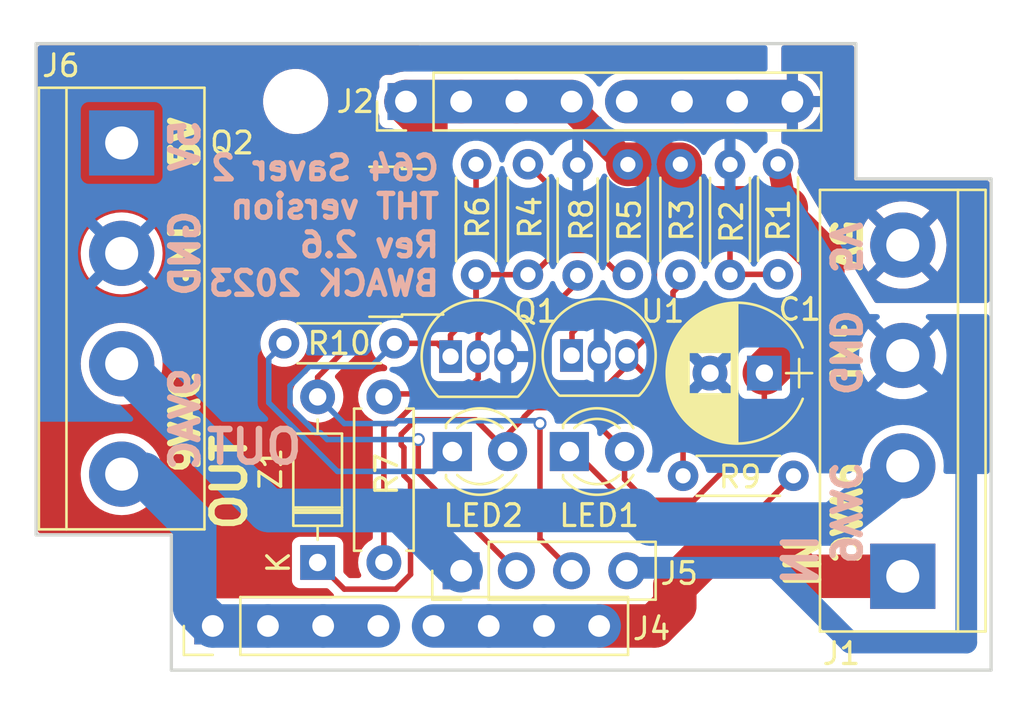
<source format=kicad_pcb>
(kicad_pcb (version 20221018) (generator pcbnew)
  (layers (0 "F.Cu" signal) (31 "B.Cu" signal) (34 "B.Paste" user) (35 "F.Paste" user) (36 "B.SilkS" user "B.Silkscreen") (37 "F.SilkS" user "F.Silkscreen") (38 "B.Mask" user) (39 "F.Mask" user) (44 "Edge.Cuts" user))
  (net 0 "")
  (net 1 "/VCC1-")
  (net 2 "GND")
  (net 3 "PGATE")
  (net 4 "/VCC1+")
  (net 5 "OVERVOLTAGE")
  (net 6 "/5V_SAFE")
  (net 7 "/NGATE")
  (net 8 "/SENSE")
  (net 9 "/9VAC1")
  (net 10 "/9VAC2")
  (net 11 "/9VAC1'")
  (net 12 "Net-(LED1-K)")
  (net 13 "Net-(LED2-K)")
  (net 14 "Net-(U1-K)")
  (footprint "Connectors_Terminal_Blocks:TerminalBlock_bornier-4_P5.08mm" (layer "F.Cu") (at 144.399 88.265 -90)
    (fp_text reference "J6" (at -3.556 2.794) (layer "F.SilkS"))
    (fp_text value "Conn_01x04")
    (fp_line (start -2.54 -3.81) (end -2.54 3.81) (stroke (width 0.12)) (layer "F.SilkS"))
    (fp_line (start -2.54 -3.81) (end 17.78 -3.81) (stroke (width 0.12)) (layer "F.SilkS"))
    (fp_line (start -2.54 3.81) (end 17.78 3.81) (stroke (width 0.12)) (layer "F.SilkS"))
    (fp_line (start 17.78 2.54) (end -2.54 2.54) (stroke (width 0.12)) (layer "F.SilkS"))
    (fp_line (start 17.78 3.81) (end 17.78 -3.81) (stroke (width 0.12)) (layer "F.SilkS"))
    (pad "1" thru_hole rect (at 0 0 270) (size 3 3) (drill 1.52) (layers "*.Cu" "*.Mask") (net 6 "/5V_SAFE"))
    (pad "2" thru_hole circle (at 5.08 0 270) (size 3 3) (drill 1.52) (layers "*.Cu" "*.Mask") (net 2 "GND"))
    (pad "3" thru_hole circle (at 10.16 0 270) (size 3 3) (drill 1.52) (layers "*.Cu" "*.Mask") (net 10 "/9VAC2"))
    (pad "4" thru_hole circle (at 15.24 0 270) (size 3 3) (drill 1.52) (layers "*.Cu" "*.Mask") (net 11 "/9VAC1'"))
  )
  (footprint "Connectors_Terminal_Blocks:TerminalBlock_bornier-4_P5.08mm" (layer "F.Cu") (at 180.34 108.204 90)
    (fp_text reference "J1" (at -3.556 -2.82194 180) (layer "F.SilkS"))
    (fp_text value "Conn_01x04")
    (fp_line (start -2.54 -3.81) (end -2.54 3.81) (stroke (width 0.12)) (layer "F.SilkS"))
    (fp_line (start -2.54 -3.81) (end 17.78 -3.81) (stroke (width 0.12)) (layer "F.SilkS"))
    (fp_line (start -2.54 3.81) (end 17.78 3.81) (stroke (width 0.12)) (layer "F.SilkS"))
    (fp_line (start 17.78 2.54) (end -2.54 2.54) (stroke (width 0.12)) (layer "F.SilkS"))
    (fp_line (start 17.78 3.81) (end 17.78 -3.81) (stroke (width 0.12)) (layer "F.SilkS"))
    (pad "1" thru_hole rect (at 0 0 90) (size 3 3) (drill 1.52) (layers "*.Cu" "*.Mask") (net 9 "/9VAC1"))
    (pad "2" thru_hole circle (at 5.08 0 90) (size 3 3) (drill 1.52) (layers "*.Cu" "*.Mask") (net 10 "/9VAC2"))
    (pad "3" thru_hole circle (at 10.16 0 90) (size 3 3) (drill 1.52) (layers "*.Cu" "*.Mask") (net 2 "GND"))
    (pad "4" thru_hole circle (at 15.24 0 90) (size 3 3) (drill 1.52) (layers "*.Cu" "*.Mask") (net 4 "/VCC1+"))
  )
  (footprint "Capacitors_THT:CP_Radial_D6.3mm_P2.50mm" (layer "F.Cu") (at 173.97 98.8568 180)
    (fp_text reference "C1" (at -1.628936 2.93371 180) (layer "F.SilkS"))
    (fp_text value "47uF")
    (fp_line (start -2.2 0) (end -1 0) (stroke (width 0.12)) (layer "F.SilkS"))
    (fp_line (start -1.6 -0.65) (end -1.6 0.65) (stroke (width 0.12)) (layer "F.SilkS"))
    (fp_line (start 1.25 -3.2) (end 1.25 3.2) (stroke (width 0.12)) (layer "F.SilkS"))
    (fp_line (start 1.29 -3.2) (end 1.29 3.2) (stroke (width 0.12)) (layer "F.SilkS"))
    (fp_line (start 1.33 -3.2) (end 1.33 3.2) (stroke (width 0.12)) (layer "F.SilkS"))
    (fp_line (start 1.37 -3.198) (end 1.37 3.198) (stroke (width 0.12)) (layer "F.SilkS"))
    (fp_line (start 1.41 -3.197) (end 1.41 3.197) (stroke (width 0.12)) (layer "F.SilkS"))
    (fp_line (start 1.45 -3.194) (end 1.45 3.194) (stroke (width 0.12)) (layer "F.SilkS"))
    (fp_line (start 1.49 -3.192) (end 1.49 3.192) (stroke (width 0.12)) (layer "F.SilkS"))
    (fp_line (start 1.53 -3.188) (end 1.53 -0.98) (stroke (width 0.12)) (layer "F.SilkS"))
    (fp_line (start 1.53 0.98) (end 1.53 3.188) (stroke (width 0.12)) (layer "F.SilkS"))
    (fp_line (start 1.57 -3.185) (end 1.57 -0.98) (stroke (width 0.12)) (layer "F.SilkS"))
    (fp_line (start 1.57 0.98) (end 1.57 3.185) (stroke (width 0.12)) (layer "F.SilkS"))
    (fp_line (start 1.61 -3.18) (end 1.61 -0.98) (stroke (width 0.12)) (layer "F.SilkS"))
    (fp_line (start 1.61 0.98) (end 1.61 3.18) (stroke (width 0.12)) (layer "F.SilkS"))
    (fp_line (start 1.65 -3.176) (end 1.65 -0.98) (stroke (width 0.12)) (layer "F.SilkS"))
    (fp_line (start 1.65 0.98) (end 1.65 3.176) (stroke (width 0.12)) (layer "F.SilkS"))
    (fp_line (start 1.69 -3.17) (end 1.69 -0.98) (stroke (width 0.12)) (layer "F.SilkS"))
    (fp_line (start 1.69 0.98) (end 1.69 3.17) (stroke (width 0.12)) (layer "F.SilkS"))
    (fp_line (start 1.73 -3.165) (end 1.73 -0.98) (stroke (width 0.12)) (layer "F.SilkS"))
    (fp_line (start 1.73 0.98) (end 1.73 3.165) (stroke (width 0.12)) (layer "F.SilkS"))
    (fp_line (start 1.77 -3.158) (end 1.77 -0.98) (stroke (width 0.12)) (layer "F.SilkS"))
    (fp_line (start 1.77 0.98) (end 1.77 3.158) (stroke (width 0.12)) (layer "F.SilkS"))
    (fp_line (start 1.81 -3.152) (end 1.81 -0.98) (stroke (width 0.12)) (layer "F.SilkS"))
    (fp_line (start 1.81 0.98) (end 1.81 3.152) (stroke (width 0.12)) (layer "F.SilkS"))
    (fp_line (start 1.85 -3.144) (end 1.85 -0.98) (stroke (width 0.12)) (layer "F.SilkS"))
    (fp_line (start 1.85 0.98) (end 1.85 3.144) (stroke (width 0.12)) (layer "F.SilkS"))
    (fp_line (start 1.89 -3.137) (end 1.89 -0.98) (stroke (width 0.12)) (layer "F.SilkS"))
    (fp_line (start 1.89 0.98) (end 1.89 3.137) (stroke (width 0.12)) (layer "F.SilkS"))
    (fp_line (start 1.93 -3.128) (end 1.93 -0.98) (stroke (width 0.12)) (layer "F.SilkS"))
    (fp_line (start 1.93 0.98) (end 1.93 3.128) (stroke (width 0.12)) (layer "F.SilkS"))
    (fp_line (start 1.971 -3.119) (end 1.971 -0.98) (stroke (width 0.12)) (layer "F.SilkS"))
    (fp_line (start 1.971 0.98) (end 1.971 3.119) (stroke (width 0.12)) (layer "F.SilkS"))
    (fp_line (start 2.011 -3.11) (end 2.011 -0.98) (stroke (width 0.12)) (layer "F.SilkS"))
    (fp_line (start 2.011 0.98) (end 2.011 3.11) (stroke (width 0.12)) (layer "F.SilkS"))
    (fp_line (start 2.051 -3.1) (end 2.051 -0.98) (stroke (width 0.12)) (layer "F.SilkS"))
    (fp_line (start 2.051 0.98) (end 2.051 3.1) (stroke (width 0.12)) (layer "F.SilkS"))
    (fp_line (start 2.091 -3.09) (end 2.091 -0.98) (stroke (width 0.12)) (layer "F.SilkS"))
    (fp_line (start 2.091 0.98) (end 2.091 3.09) (stroke (width 0.12)) (layer "F.SilkS"))
    (fp_line (start 2.131 -3.079) (end 2.131 -0.98) (stroke (width 0.12)) (layer "F.SilkS"))
    (fp_line (start 2.131 0.98) (end 2.131 3.079) (stroke (width 0.12)) (layer "F.SilkS"))
    (fp_line (start 2.171 -3.067) (end 2.171 -0.98) (stroke (width 0.12)) (layer "F.SilkS"))
    (fp_line (start 2.171 0.98) (end 2.171 3.067) (stroke (width 0.12)) (layer "F.SilkS"))
    (fp_line (start 2.211 -3.055) (end 2.211 -0.98) (stroke (width 0.12)) (layer "F.SilkS"))
    (fp_line (start 2.211 0.98) (end 2.211 3.055) (stroke (width 0.12)) (layer "F.SilkS"))
    (fp_line (start 2.251 -3.042) (end 2.251 -0.98) (stroke (width 0.12)) (layer "F.SilkS"))
    (fp_line (start 2.251 0.98) (end 2.251 3.042) (stroke (width 0.12)) (layer "F.SilkS"))
    (fp_line (start 2.291 -3.029) (end 2.291 -0.98) (stroke (width 0.12)) (layer "F.SilkS"))
    (fp_line (start 2.291 0.98) (end 2.291 3.029) (stroke (width 0.12)) (layer "F.SilkS"))
    (fp_line (start 2.331 -3.015) (end 2.331 -0.98) (stroke (width 0.12)) (layer "F.SilkS"))
    (fp_line (start 2.331 0.98) (end 2.331 3.015) (stroke (width 0.12)) (layer "F.SilkS"))
    (fp_line (start 2.371 -3.001) (end 2.371 -0.98) (stroke (width 0.12)) (layer "F.SilkS"))
    (fp_line (start 2.371 0.98) (end 2.371 3.001) (stroke (width 0.12)) (layer "F.SilkS"))
    (fp_line (start 2.411 -2.986) (end 2.411 -0.98) (stroke (width 0.12)) (layer "F.SilkS"))
    (fp_line (start 2.411 0.98) (end 2.411 2.986) (stroke (width 0.12)) (layer "F.SilkS"))
    (fp_line (start 2.451 -2.97) (end 2.451 -0.98) (stroke (width 0.12)) (layer "F.SilkS"))
    (fp_line (start 2.451 0.98) (end 2.451 2.97) (stroke (width 0.12)) (layer "F.SilkS"))
    (fp_line (start 2.491 -2.954) (end 2.491 -0.98) (stroke (width 0.12)) (layer "F.SilkS"))
    (fp_line (start 2.491 0.98) (end 2.491 2.954) (stroke (width 0.12)) (layer "F.SilkS"))
    (fp_line (start 2.531 -2.937) (end 2.531 -0.98) (stroke (width 0.12)) (layer "F.SilkS"))
    (fp_line (start 2.531 0.98) (end 2.531 2.937) (stroke (width 0.12)) (layer "F.SilkS"))
    (fp_line (start 2.571 -2.919) (end 2.571 -0.98) (stroke (width 0.12)) (layer "F.SilkS"))
    (fp_line (start 2.571 0.98) (end 2.571 2.919) (stroke (width 0.12)) (layer "F.SilkS"))
    (fp_line (start 2.611 -2.901) (end 2.611 -0.98) (stroke (width 0.12)) (layer "F.SilkS"))
    (fp_line (start 2.611 0.98) (end 2.611 2.901) (stroke (width 0.12)) (layer "F.SilkS"))
    (fp_line (start 2.651 -2.882) (end 2.651 -0.98) (stroke (width 0.12)) (layer "F.SilkS"))
    (fp_line (start 2.651 0.98) (end 2.651 2.882) (stroke (width 0.12)) (layer "F.SilkS"))
    (fp_line (start 2.691 -2.863) (end 2.691 -0.98) (stroke (width 0.12)) (layer "F.SilkS"))
    (fp_line (start 2.691 0.98) (end 2.691 2.863) (stroke (width 0.12)) (layer "F.SilkS"))
    (fp_line (start 2.731 -2.843) (end 2.731 -0.98) (stroke (width 0.12)) (layer "F.SilkS"))
    (fp_line (start 2.731 0.98) (end 2.731 2.843) (stroke (width 0.12)) (layer "F.SilkS"))
    (fp_line (start 2.771 -2.822) (end 2.771 -0.98) (stroke (width 0.12)) (layer "F.SilkS"))
    (fp_line (start 2.771 0.98) (end 2.771 2.822) (stroke (width 0.12)) (layer "F.SilkS"))
    (fp_line (start 2.811 -2.8) (end 2.811 -0.98) (stroke (width 0.12)) (layer "F.SilkS"))
    (fp_line (start 2.811 0.98) (end 2.811 2.8) (stroke (width 0.12)) (layer "F.SilkS"))
    (fp_line (start 2.851 -2.778) (end 2.851 -0.98) (stroke (width 0.12)) (layer "F.SilkS"))
    (fp_line (start 2.851 0.98) (end 2.851 2.778) (stroke (width 0.12)) (layer "F.SilkS"))
    (fp_line (start 2.891 -2.755) (end 2.891 -0.98) (stroke (width 0.12)) (layer "F.SilkS"))
    (fp_line (start 2.891 0.98) (end 2.891 2.755) (stroke (width 0.12)) (layer "F.SilkS"))
    (fp_line (start 2.931 -2.731) (end 2.931 -0.98) (stroke (width 0.12)) (layer "F.SilkS"))
    (fp_line (start 2.931 0.98) (end 2.931 2.731) (stroke (width 0.12)) (layer "F.SilkS"))
    (fp_line (start 2.971 -2.706) (end 2.971 -0.98) (stroke (width 0.12)) (layer "F.SilkS"))
    (fp_line (start 2.971 0.98) (end 2.971 2.706) (stroke (width 0.12)) (layer "F.SilkS"))
    (fp_line (start 3.011 -2.681) (end 3.011 -0.98) (stroke (width 0.12)) (layer "F.SilkS"))
    (fp_line (start 3.011 0.98) (end 3.011 2.681) (stroke (width 0.12)) (layer "F.SilkS"))
    (fp_line (start 3.051 -2.654) (end 3.051 -0.98) (stroke (width 0.12)) (layer "F.SilkS"))
    (fp_line (start 3.051 0.98) (end 3.051 2.654) (stroke (width 0.12)) (layer "F.SilkS"))
    (fp_line (start 3.091 -2.627) (end 3.091 -0.98) (stroke (width 0.12)) (layer "F.SilkS"))
    (fp_line (start 3.091 0.98) (end 3.091 2.627) (stroke (width 0.12)) (layer "F.SilkS"))
    (fp_line (start 3.131 -2.599) (end 3.131 -0.98) (stroke (width 0.12)) (layer "F.SilkS"))
    (fp_line (start 3.131 0.98) (end 3.131 2.599) (stroke (width 0.12)) (layer "F.SilkS"))
    (fp_line (start 3.171 -2.57) (end 3.171 -0.98) (stroke (width 0.12)) (layer "F.SilkS"))
    (fp_line (start 3.171 0.98) (end 3.171 2.57) (stroke (width 0.12)) (layer "F.SilkS"))
    (fp_line (start 3.211 -2.54) (end 3.211 -0.98) (stroke (width 0.12)) (layer "F.SilkS"))
    (fp_line (start 3.211 0.98) (end 3.211 2.54) (stroke (width 0.12)) (layer "F.SilkS"))
    (fp_line (start 3.251 -2.51) (end 3.251 -0.98) (stroke (width 0.12)) (layer "F.SilkS"))
    (fp_line (start 3.251 0.98) (end 3.251 2.51) (stroke (width 0.12)) (layer "F.SilkS"))
    (fp_line (start 3.291 -2.478) (end 3.291 -0.98) (stroke (width 0.12)) (layer "F.SilkS"))
    (fp_line (start 3.291 0.98) (end 3.291 2.478) (stroke (width 0.12)) (layer "F.SilkS"))
    (fp_line (start 3.331 -2.445) (end 3.331 -0.98) (stroke (width 0.12)) (layer "F.SilkS"))
    (fp_line (start 3.331 0.98) (end 3.331 2.445) (stroke (width 0.12)) (layer "F.SilkS"))
    (fp_line (start 3.371 -2.411) (end 3.371 -0.98) (stroke (width 0.12)) (layer "F.SilkS"))
    (fp_line (start 3.371 0.98) (end 3.371 2.411) (stroke (width 0.12)) (layer "F.SilkS"))
    (fp_line (start 3.411 -2.375) (end 3.411 -0.98) (stroke (width 0.12)) (layer "F.SilkS"))
    (fp_line (start 3.411 0.98) (end 3.411 2.375) (stroke (width 0.12)) (layer "F.SilkS"))
    (fp_line (start 3.451 -2.339) (end 3.451 -0.98) (stroke (width 0.12)) (layer "F.SilkS"))
    (fp_line (start 3.451 0.98) (end 3.451 2.339) (stroke (width 0.12)) (layer "F.SilkS"))
    (fp_line (start 3.491 -2.301) (end 3.491 2.301) (stroke (width 0.12)) (layer "F.SilkS"))
    (fp_line (start 3.531 -2.262) (end 3.531 2.262) (stroke (width 0.12)) (layer "F.SilkS"))
    (fp_line (start 3.571 -2.222) (end 3.571 2.222) (stroke (width 0.12)) (layer "F.SilkS"))
    (fp_line (start 3.611 -2.18) (end 3.611 2.18) (stroke (width 0.12)) (layer "F.SilkS"))
    (fp_line (start 3.651 -2.137) (end 3.651 2.137) (stroke (width 0.12)) (layer "F.SilkS"))
    (fp_line (start 3.691 -2.092) (end 3.691 2.092) (stroke (width 0.12)) (layer "F.SilkS"))
    (fp_line (start 3.731 -2.045) (end 3.731 2.045) (stroke (width 0.12)) (layer "F.SilkS"))
    (fp_line (start 3.771 -1.997) (end 3.771 1.997) (stroke (width 0.12)) (layer "F.SilkS"))
    (fp_line (start 3.811 -1.946) (end 3.811 1.946) (stroke (width 0.12)) (layer "F.SilkS"))
    (fp_line (start 3.851 -1.894) (end 3.851 1.894) (stroke (width 0.12)) (layer "F.SilkS"))
    (fp_line (start 3.891 -1.839) (end 3.891 1.839) (stroke (width 0.12)) (layer "F.SilkS"))
    (fp_line (start 3.931 -1.781) (end 3.931 1.781) (stroke (width 0.12)) (layer "F.SilkS"))
    (fp_line (start 3.971 -1.721) (end 3.971 1.721) (stroke (width 0.12)) (layer "F.SilkS"))
    (fp_line (start 4.011 -1.658) (end 4.011 1.658) (stroke (width 0.12)) (layer "F.SilkS"))
    (fp_line (start 4.051 -1.591) (end 4.051 1.591) (stroke (width 0.12)) (layer "F.SilkS"))
    (fp_line (start 4.091 -1.52) (end 4.091 1.52) (stroke (width 0.12)) (layer "F.SilkS"))
    (fp_line (start 4.131 -1.445) (end 4.131 1.445) (stroke (width 0.12)) (layer "F.SilkS"))
    (fp_line (start 4.171 -1.364) (end 4.171 1.364) (stroke (width 0.12)) (layer "F.SilkS"))
    (fp_line (start 4.211 -1.278) (end 4.211 1.278) (stroke (width 0.12)) (layer "F.SilkS"))
    (fp_line (start 4.251 -1.184) (end 4.251 1.184) (stroke (width 0.12)) (layer "F.SilkS"))
    (fp_line (start 4.291 -1.081) (end 4.291 1.081) (stroke (width 0.12)) (layer "F.SilkS"))
    (fp_line (start 4.331 -0.966) (end 4.331 0.966) (stroke (width 0.12)) (layer "F.SilkS"))
    (fp_line (start 4.371 -0.834) (end 4.371 0.834) (stroke (width 0.12)) (layer "F.SilkS"))
    (fp_line (start 4.411 -0.676) (end 4.411 0.676) (stroke (width 0.12)) (layer "F.SilkS"))
    (fp_line (start 4.451 -0.468) (end 4.451 0.468) (stroke (width 0.12)) (layer "F.SilkS"))
    (fp_arc (start -1.767482 -1.18) (mid 1.250464 -3.24) (end 4.26782 -1.179135) (stroke (width 0.12)) (layer "F.SilkS"))
    (fp_arc (start 4.267482 -1.18) (mid 4.49 -0.000464) (end 4.26782 1.179135) (stroke (width 0.12)) (layer "F.SilkS"))
    (fp_arc (start 4.26782 1.179135) (mid 1.250464 3.239999) (end -1.767482 1.18) (stroke (width 0.12)) (layer "F.SilkS"))
    (pad "1" thru_hole rect (at 0 0 180) (size 1.6 1.6) (drill 0.8) (layers "*.Cu" "*.Mask") (net 1 "/VCC1-"))
    (pad "2" thru_hole circle (at 2.5 0 180) (size 1.6 1.6) (drill 0.8) (layers "*.Cu" "*.Mask") (net 2 "GND"))
  )
  (footprint "TO_SOT_Packages_SMD:ATPAK-2" (layer "F.Cu") (at 154.0476 92.8116 180)
    (fp_text reference "Q2" (at 4.572 4.5466) (layer "F.SilkS"))
    (fp_text value "IRFR5305")
    (fp_line (start -3.25 -3.45) (end -3.25 -3.35) (stroke (width 0.12)) (layer "F.SilkS"))
    (fp_line (start -3.25 -3.35) (end -5.15 -3.35) (stroke (width 0.12)) (layer "F.SilkS"))
    (fp_line (start -3.25 3.35) (end -4.35 3.35) (stroke (width 0.12)) (layer "F.SilkS"))
    (fp_line (start -3.25 3.45) (end -3.25 3.35) (stroke (width 0.12)) (layer "F.SilkS"))
    (fp_line (start -1.75 -3.45) (end -3.25 -3.45) (stroke (width 0.12)) (layer "F.SilkS"))
    (fp_line (start -1.75 3.45) (end -3.25 3.45) (stroke (width 0.12)) (layer "F.SilkS"))
    (pad "1" smd rect (at -4.35 -2.3 180) (size 1.6 1.5) (layers "F.Cu" "F.Paste" "F.Mask") (net 3 "PGATE"))
    (pad "2" smd rect (at 0.05 -1.7 180) (size 3.2 3.1) (layers "F.Cu" "F.Paste") (net 6 "/5V_SAFE"))
    (pad "2" smd rect (at 0.05 1.7 180) (size 3.2 3.1) (layers "F.Cu" "F.Paste") (net 6 "/5V_SAFE"))
    (pad "2" smd rect (at 1.8 0 180) (size 6.7 6.5) (layers "F.Cu" "F.Mask") (net 6 "/5V_SAFE"))
    (pad "2" smd rect (at 3.55 -1.7 180) (size 3.2 3.1) (layers "F.Cu" "F.Paste") (net 6 "/5V_SAFE"))
    (pad "2" smd rect (at 3.55 1.7 180) (size 3.2 3.1) (layers "F.Cu" "F.Paste") (net 6 "/5V_SAFE"))
    (pad "3" smd rect (at -4.35 2.3 180) (size 1.6 1.5) (layers "F.Cu" "F.Paste" "F.Mask") (net 1 "/VCC1-"))
  )
  (footprint "Pin_Headers:Pin_Header_Straight_1x08_Pitch2.54mm" (layer "F.Cu") (at 157.48 86.36 90)
    (fp_text reference "J2" (at 0 -2.33 180) (layer "F.SilkS"))
    (fp_text value "Conn_01x08")
    (fp_line (start -1.33 -1.33) (end 0 -1.33) (stroke (width 0.12)) (layer "F.SilkS"))
    (fp_line (start -1.33 0) (end -1.33 -1.33) (stroke (width 0.12)) (layer "F.SilkS"))
    (fp_line (start -1.33 1.27) (end -1.33 19.11) (stroke (width 0.12)) (layer "F.SilkS"))
    (fp_line (start -1.33 1.27) (end 1.33 1.27) (stroke (width 0.12)) (layer "F.SilkS"))
    (fp_line (start -1.33 19.11) (end 1.33 19.11) (stroke (width 0.12)) (layer "F.SilkS"))
    (fp_line (start 1.33 1.27) (end 1.33 19.11) (stroke (width 0.12)) (layer "F.SilkS"))
    (pad "1" thru_hole rect locked (at 0 0 90) (size 1.7 1.7) (drill 1) (layers "*.Cu" "*.Mask") (net 1 "/VCC1-"))
    (pad "2" thru_hole oval locked (at 0 2.54 90) (size 1.7 1.7) (drill 1) (layers "*.Cu" "*.Mask") (net 1 "/VCC1-"))
    (pad "3" thru_hole oval locked (at 0 5.08 90) (size 1.7 1.7) (drill 1) (layers "*.Cu" "*.Mask") (net 1 "/VCC1-"))
    (pad "4" thru_hole oval locked (at 0 7.62 90) (size 1.7 1.7) (drill 1) (layers "*.Cu" "*.Mask") (net 1 "/VCC1-"))
    (pad "5" thru_hole oval locked (at 0 10.16 90) (size 1.7 1.7) (drill 1) (layers "*.Cu" "*.Mask") (net 4 "/VCC1+"))
    (pad "6" thru_hole oval locked (at 0 12.7 90) (size 1.7 1.7) (drill 1) (layers "*.Cu" "*.Mask") (net 4 "/VCC1+"))
    (pad "7" thru_hole oval locked (at 0 15.24 90) (size 1.7 1.7) (drill 1) (layers "*.Cu" "*.Mask") (net 4 "/VCC1+"))
    (pad "8" thru_hole oval locked (at 0 17.78 90) (size 1.7 1.7) (drill 1) (layers "*.Cu" "*.Mask") (net 4 "/VCC1+"))
  )
  (footprint "Pin_Headers:Pin_Header_Straight_1x08_Pitch2.54mm" (layer "F.Cu") (at 148.59 110.49 90)
    (fp_text reference "J4" (at -0.127 20.193 180) (layer "F.SilkS"))
    (fp_text value "Conn_01x08")
    (fp_line (start -1.33 -1.33) (end 0 -1.33) (stroke (width 0.12)) (layer "F.SilkS"))
    (fp_line (start -1.33 0) (end -1.33 -1.33) (stroke (width 0.12)) (layer "F.SilkS"))
    (fp_line (start -1.33 1.27) (end -1.33 19.11) (stroke (width 0.12)) (layer "F.SilkS"))
    (fp_line (start -1.33 1.27) (end 1.33 1.27) (stroke (width 0.12)) (layer "F.SilkS"))
    (fp_line (start -1.33 19.11) (end 1.33 19.11) (stroke (width 0.12)) (layer "F.SilkS"))
    (fp_line (start 1.33 1.27) (end 1.33 19.11) (stroke (width 0.12)) (layer "F.SilkS"))
    (pad "1" thru_hole rect (at 0 0 90) (size 1.7 1.7) (drill 1) (layers "*.Cu" "*.Mask") (net 11 "/9VAC1'"))
    (pad "2" thru_hole oval (at 0 2.54 90) (size 1.7 1.7) (drill 1) (layers "*.Cu" "*.Mask") (net 11 "/9VAC1'"))
    (pad "3" thru_hole oval (at 0 5.08 90) (size 1.7 1.7) (drill 1) (layers "*.Cu" "*.Mask") (net 11 "/9VAC1'"))
    (pad "4" thru_hole oval (at 0 7.62 90) (size 1.7 1.7) (drill 1) (layers "*.Cu" "*.Mask") (net 11 "/9VAC1'"))
    (pad "5" thru_hole oval (at 0 10.16 90) (size 1.7 1.7) (drill 1) (layers "*.Cu" "*.Mask") (net 9 "/9VAC1"))
    (pad "6" thru_hole oval (at 0 12.7 90) (size 1.7 1.7) (drill 1) (layers "*.Cu" "*.Mask") (net 9 "/9VAC1"))
    (pad "7" thru_hole oval (at 0 15.24 90) (size 1.7 1.7) (drill 1) (layers "*.Cu" "*.Mask") (net 9 "/9VAC1"))
    (pad "8" thru_hole oval (at 0 17.78 90) (size 1.7 1.7) (drill 1) (layers "*.Cu" "*.Mask") (net 9 "/9VAC1"))
  )
  (footprint "Pin_Headers:Pin_Header_Straight_1x04_Pitch2.54mm" (layer "F.Cu") (at 160.02 107.95 90)
    (fp_text reference "J5" (at -0.127 10.033 180) (layer "F.SilkS"))
    (fp_text value "Conn_01x04")
    (fp_line (start -1.33 -1.33) (end 0 -1.33) (stroke (width 0.12)) (layer "F.SilkS"))
    (fp_line (start -1.33 0) (end -1.33 -1.33) (stroke (width 0.12)) (layer "F.SilkS"))
    (fp_line (start -1.33 1.27) (end -1.33 8.95) (stroke (width 0.12)) (layer "F.SilkS"))
    (fp_line (start -1.33 1.27) (end 1.33 1.27) (stroke (width 0.12)) (layer "F.SilkS"))
    (fp_line (start -1.33 8.95) (end 1.33 8.95) (stroke (width 0.12)) (layer "F.SilkS"))
    (fp_line (start 1.33 1.27) (end 1.33 8.95) (stroke (width 0.12)) (layer "F.SilkS"))
    (pad "1" thru_hole rect (at 0 0 90) (size 1.7 1.7) (drill 1) (layers "*.Cu" "*.Mask") (net 10 "/9VAC2"))
    (pad "2" thru_hole oval (at 0 2.54 90) (size 1.7 1.7) (drill 1) (layers "*.Cu" "*.Mask") (net 5 "OVERVOLTAGE"))
    (pad "3" thru_hole oval (at 0 5.08 90) (size 1.7 1.7) (drill 1) (layers "*.Cu" "*.Mask") (net 3 "PGATE"))
    (pad "4" thru_hole oval (at 0 7.62 90) (size 1.7 1.7) (drill 1) (layers "*.Cu" "*.Mask") (net 2 "GND"))
  )
  (footprint "Mounting_Holes:MountingHole_2.5mm" (layer "F.Cu") (at 152.40508 86.35746)
    (fp_text reference "MK1" hide)
    (fp_text value "Mounting_Hole")
    (pad "" np_thru_hole circle (at 0 0) (size 2.5 2.5) (drill 2.5) (layers "*.Cu" "*.Mask"))
  )
  (footprint "Mounting_Holes:MountingHole_2.5mm" (layer "F.Cu") (at 172.39996 109.86262)
    (fp_text reference "MK2" hide)
    (fp_text value "Mounting_Hole")
    (pad "" np_thru_hole circle (at 0 0) (size 2.5 2.5) (drill 2.5) (layers "*.Cu" "*.Mask"))
  )
  (footprint "Resistor_THT:R_Axial_DIN0204_L3.6mm_D1.6mm_P5.08mm_Horizontal" (layer "F.Cu") (at 174.5996 89.2302 -90)
    (fp_text reference "R1" (at 2.5908 -0.0254 90) (layer "F.SilkS"))
    (fp_text value "3k9 1%")
    (fp_line (start 0.62 -0.92) (end 4.46 -0.92) (stroke (width 0.12)) (layer "F.SilkS"))
    (fp_line (start 0.62 0.92) (end 4.46 0.92) (stroke (width 0.12)) (layer "F.SilkS"))
    (pad "1" thru_hole circle (at 0 0 270) (size 1.4 1.4) (drill 0.7) (layers "*.Cu" "*.Mask") (net 1 "/VCC1-"))
    (pad "2" thru_hole oval (at 5.08 0 270) (size 1.4 1.4) (drill 0.7) (layers "*.Cu" "*.Mask") (net 8 "/SENSE"))
  )
  (footprint "Resistor_THT:R_Axial_DIN0204_L3.6mm_D1.6mm_P5.08mm_Horizontal" (layer "F.Cu") (at 172.3898 94.3356 90)
    (fp_text reference "R2" (at 2.4384 0.0762 90) (layer "F.SilkS"))
    (fp_text value "3k3 1%")
    (fp_line (start 0.62 -0.92) (end 4.46 -0.92) (stroke (width 0.12)) (layer "F.SilkS"))
    (fp_line (start 0.62 0.92) (end 4.46 0.92) (stroke (width 0.12)) (layer "F.SilkS"))
    (pad "1" thru_hole circle (at 0 0 90) (size 1.4 1.4) (drill 0.7) (layers "*.Cu" "*.Mask") (net 8 "/SENSE"))
    (pad "2" thru_hole oval (at 5.08 0 90) (size 1.4 1.4) (drill 0.7) (layers "*.Cu" "*.Mask") (net 2 "GND"))
  )
  (footprint "Resistor_THT:R_Axial_DIN0204_L3.6mm_D1.6mm_P5.08mm_Horizontal" (layer "F.Cu") (at 170.1038 89.2456 -90)
    (fp_text reference "R3" (at 2.5754 -0.0762 -90) (layer "F.SilkS"))
    (fp_text value "3k3")
    (fp_line (start 0.62 -0.92) (end 4.46 -0.92) (stroke (width 0.12)) (layer "F.SilkS"))
    (fp_line (start 0.62 0.92) (end 4.46 0.92) (stroke (width 0.12)) (layer "F.SilkS"))
    (pad "1" thru_hole circle (at 0 0 270) (size 1.4 1.4) (drill 0.7) (layers "*.Cu" "*.Mask") (net 1 "/VCC1-"))
    (pad "2" thru_hole oval (at 5.08 0 270) (size 1.4 1.4) (drill 0.7) (layers "*.Cu" "*.Mask") (net 14 "Net-(U1-K)"))
  )
  (footprint "Resistor_THT:R_Axial_DIN0204_L3.6mm_D1.6mm_P5.08mm_Horizontal" (layer "F.Cu") (at 163.0934 89.2456 -90)
    (fp_text reference "R4" (at 2.4484 -0.1016 -90) (layer "F.SilkS"))
    (fp_text value "330k")
    (fp_line (start 0.62 -0.92) (end 4.46 -0.92) (stroke (width 0.12)) (layer "F.SilkS"))
    (fp_line (start 0.62 0.92) (end 4.46 0.92) (stroke (width 0.12)) (layer "F.SilkS"))
    (pad "1" thru_hole circle (at 0 0 270) (size 1.4 1.4) (drill 0.7) (layers "*.Cu" "*.Mask") (net 8 "/SENSE"))
    (pad "2" thru_hole oval (at 5.08 0 270) (size 1.4 1.4) (drill 0.7) (layers "*.Cu" "*.Mask") (net 5 "OVERVOLTAGE"))
  )
  (footprint "Resistor_THT:R_Axial_DIN0204_L3.6mm_D1.6mm_P5.08mm_Horizontal" (layer "F.Cu") (at 167.6908 89.2556 -90)
    (fp_text reference "R5" (at 2.5654 -0.0762 -90) (layer "F.SilkS"))
    (fp_text value "3k3")
    (fp_line (start 0.62 -0.92) (end 4.46 -0.92) (stroke (width 0.12)) (layer "F.SilkS"))
    (fp_line (start 0.62 0.92) (end 4.46 0.92) (stroke (width 0.12)) (layer "F.SilkS"))
    (pad "1" thru_hole circle (at 0 0 270) (size 1.4 1.4) (drill 0.7) (layers "*.Cu" "*.Mask") (net 1 "/VCC1-"))
    (pad "2" thru_hole oval (at 5.08 0 270) (size 1.4 1.4) (drill 0.7) (layers "*.Cu" "*.Mask") (net 5 "OVERVOLTAGE"))
  )
  (footprint "Resistor_THT:R_Axial_DIN0204_L3.6mm_D1.6mm_P5.08mm_Horizontal" (layer "F.Cu") (at 160.7058 89.2456 -90)
    (fp_text reference "R6" (at 2.4484 -0.0762 -90) (layer "F.SilkS"))
    (fp_text value "3k9")
    (fp_line (start 0.62 -0.92) (end 4.46 -0.92) (stroke (width 0.12)) (layer "F.SilkS"))
    (fp_line (start 0.62 0.92) (end 4.46 0.92) (stroke (width 0.12)) (layer "F.SilkS"))
    (pad "1" thru_hole circle (at 0 0 270) (size 1.4 1.4) (drill 0.7) (layers "*.Cu" "*.Mask") (net 3 "PGATE"))
    (pad "2" thru_hole oval (at 5.08 0 270) (size 1.4 1.4) (drill 0.7) (layers "*.Cu" "*.Mask") (net 5 "OVERVOLTAGE"))
  )
  (footprint "Resistor_THT:R_Axial_DIN0207_L6.3mm_D2.5mm_P7.62mm_Horizontal" (layer "F.Cu") (at 156.464 107.569 90)
    (fp_text reference "R7" (at 4.064 0.127 90) (layer "F.SilkS"))
    (fp_text value "33k")
    (fp_line (start 0.54 -1.37) (end 7.08 -1.37) (stroke (width 0.12)) (layer "F.SilkS"))
    (fp_line (start 0.54 -1.04) (end 0.54 -1.37) (stroke (width 0.12)) (layer "F.SilkS"))
    (fp_line (start 0.54 1.04) (end 0.54 1.37) (stroke (width 0.12)) (layer "F.SilkS"))
    (fp_line (start 0.54 1.37) (end 7.08 1.37) (stroke (width 0.12)) (layer "F.SilkS"))
    (fp_line (start 7.08 -1.37) (end 7.08 -1.04) (stroke (width 0.12)) (layer "F.SilkS"))
    (fp_line (start 7.08 1.37) (end 7.08 1.04) (stroke (width 0.12)) (layer "F.SilkS"))
    (pad "1" thru_hole circle (at 0 0 90) (size 1.6 1.6) (drill 0.8) (layers "*.Cu" "*.Mask") (net 14 "Net-(U1-K)"))
    (pad "2" thru_hole oval (at 7.62 0 90) (size 1.6 1.6) (drill 0.8) (layers "*.Cu" "*.Mask") (net 7 "/NGATE"))
  )
  (footprint "Resistor_THT:R_Axial_DIN0204_L3.6mm_D1.6mm_P5.08mm_Horizontal" (layer "F.Cu") (at 165.3794 94.361 90)
    (fp_text reference "R8" (at 2.5654 0.1778 90) (layer "F.SilkS"))
    (fp_text value "10k")
    (fp_line (start 0.62 -0.92) (end 4.46 -0.92) (stroke (width 0.12)) (layer "F.SilkS"))
    (fp_line (start 0.62 0.92) (end 4.46 0.92) (stroke (width 0.12)) (layer "F.SilkS"))
    (pad "1" thru_hole circle (at 0 0 90) (size 1.4 1.4) (drill 0.7) (layers "*.Cu" "*.Mask") (net 7 "/NGATE"))
    (pad "2" thru_hole oval (at 5.08 0 90) (size 1.4 1.4) (drill 0.7) (layers "*.Cu" "*.Mask") (net 2 "GND"))
  )
  (footprint "Package_TO_SOT_THT:TO-92_Inline" (layer "F.Cu") (at 159.532 98.0948)
    (fp_text reference "Q1" (at 3.917 -2.0828) (layer "F.SilkS"))
    (fp_text value "BC547")
    (fp_line (start -0.53 1.85) (end 3.07 1.85) (stroke (width 0.12)) (layer "F.SilkS"))
    (fp_arc (start -0.568478 1.838478) (mid -1.132087 -0.994977) (end 1.27 -2.6) (stroke (width 0.12)) (layer "F.SilkS"))
    (fp_arc (start 1.27 -2.6) (mid 3.672087 -0.994977) (end 3.108478 1.838478) (stroke (width 0.12)) (layer "F.SilkS"))
    (pad "1" thru_hole rect (at 0 0) (size 1.05 1.5) (drill 0.75) (layers "*.Cu" "*.Mask") (net 5 "OVERVOLTAGE"))
    (pad "2" thru_hole oval (at 1.27 0) (size 1.05 1.5) (drill 0.75) (layers "*.Cu" "*.Mask") (net 7 "/NGATE"))
    (pad "3" thru_hole oval (at 2.54 0) (size 1.05 1.5) (drill 0.75) (layers "*.Cu" "*.Mask") (net 2 "GND"))
  )
  (footprint "LED_THT:LED_D3.0mm" (layer "F.Cu") (at 164.9984 102.4636)
    (fp_text reference "LED1" (at 1.3716 2.9464) (layer "F.SilkS"))
    (fp_text value "3mm RED")
    (fp_line (start -0.29 -1.236) (end -0.29 -1.08) (stroke (width 0.12)) (layer "F.SilkS"))
    (fp_line (start -0.29 1.08) (end -0.29 1.236) (stroke (width 0.12)) (layer "F.SilkS"))
    (fp_arc (start -0.29 -1.235516) (mid 1.366487 -1.987659) (end 2.942335 -1.078608) (stroke (width 0.12)) (layer "F.SilkS"))
    (fp_arc (start 0.229039 -1.08) (mid 1.270117 -1.5) (end 2.31113 -1.079837) (stroke (width 0.12)) (layer "F.SilkS"))
    (fp_arc (start 2.31113 1.079837) (mid 1.270117 1.5) (end 0.229039 1.08) (stroke (width 0.12)) (layer "F.SilkS"))
    (fp_arc (start 2.942335 1.078608) (mid 1.366487 1.987659) (end -0.29 1.235516) (stroke (width 0.12)) (layer "F.SilkS"))
    (pad "1" thru_hole rect (at 0 0) (size 1.8 1.8) (drill 0.9) (layers "*.Cu" "*.Mask") (net 12 "Net-(LED1-K)"))
    (pad "2" thru_hole circle (at 2.54 0) (size 1.8 1.8) (drill 0.9) (layers "*.Cu" "*.Mask") (net 1 "/VCC1-"))
  )
  (footprint "Resistor_THT:R_Axial_DIN0204_L3.6mm_D1.6mm_P5.08mm_Horizontal" (layer "F.Cu") (at 151.8666 97.4852)
    (fp_text reference "R10" (at 2.54 0) (layer "F.SilkS"))
    (fp_text value "1k")
    (fp_line (start 0.62 -0.92) (end 4.46 -0.92) (stroke (width 0.12)) (layer "F.SilkS"))
    (fp_line (start 0.62 0.92) (end 4.46 0.92) (stroke (width 0.12)) (layer "F.SilkS"))
    (pad "1" thru_hole circle (at 0 0) (size 1.4 1.4) (drill 0.7) (layers "*.Cu" "*.Mask") (net 13 "Net-(LED2-K)"))
    (pad "2" thru_hole oval (at 5.08 0) (size 1.4 1.4) (drill 0.7) (layers "*.Cu" "*.Mask") (net 5 "OVERVOLTAGE"))
  )
  (footprint "LED_THT:LED_D3.0mm" (layer "F.Cu") (at 159.6136 102.4636)
    (fp_text reference "LED2" (at 1.4224 2.9464) (layer "F.SilkS"))
    (fp_text value "3mm GREEN")
    (fp_line (start -0.29 -1.236) (end -0.29 -1.08) (stroke (width 0.12)) (layer "F.SilkS"))
    (fp_line (start -0.29 1.08) (end -0.29 1.236) (stroke (width 0.12)) (layer "F.SilkS"))
    (fp_arc (start -0.29 -1.235516) (mid 1.366487 -1.987659) (end 2.942335 -1.078608) (stroke (width 0.12)) (layer "F.SilkS"))
    (fp_arc (start 0.229039 -1.08) (mid 1.270117 -1.5) (end 2.31113 -1.079837) (stroke (width 0.12)) (layer "F.SilkS"))
    (fp_arc (start 2.31113 1.079837) (mid 1.270117 1.5) (end 0.229039 1.08) (stroke (width 0.12)) (layer "F.SilkS"))
    (fp_arc (start 2.942335 1.078608) (mid 1.366487 1.987659) (end -0.29 1.235516) (stroke (width 0.12)) (layer "F.SilkS"))
    (pad "1" thru_hole rect (at 0 0) (size 1.8 1.8) (drill 0.9) (layers "*.Cu" "*.Mask") (net 13 "Net-(LED2-K)"))
    (pad "2" thru_hole circle (at 2.54 0) (size 1.8 1.8) (drill 0.9) (layers "*.Cu" "*.Mask") (net 1 "/VCC1-"))
  )
  (footprint "Resistor_THT:R_Axial_DIN0204_L3.6mm_D1.6mm_P5.08mm_Horizontal" (layer "F.Cu") (at 175.3108 103.5812 180)
    (fp_text reference "R9" (at 2.4638 -0.0508) (layer "F.SilkS"))
    (fp_text value "1k")
    (fp_line (start 0.62 -0.92) (end 4.46 -0.92) (stroke (width 0.12)) (layer "F.SilkS"))
    (fp_line (start 0.62 0.92) (end 4.46 0.92) (stroke (width 0.12)) (layer "F.SilkS"))
    (pad "1" thru_hole circle (at 0 0 180) (size 1.4 1.4) (drill 0.7) (layers "*.Cu" "*.Mask") (net 12 "Net-(LED1-K)"))
    (pad "2" thru_hole oval (at 5.08 0 180) (size 1.4 1.4) (drill 0.7) (layers "*.Cu" "*.Mask") (net 14 "Net-(U1-K)"))
  )
  (footprint "Diode_THT:D_DO-35_SOD27_P7.62mm_Horizontal" (layer "F.Cu") (at 153.416 107.569 90)
    (fp_text reference "Z1" (at 4.318 -2.159 90) (layer "F.SilkS"))
    (fp_text value "6V8")
    (fp_text user "K" (at 0 -1.8 90) (layer "F.SilkS"))
    (fp_line (start 1.04 0) (end 1.69 0) (stroke (width 0.12)) (layer "F.SilkS"))
    (fp_line (start 1.69 -1.12) (end 1.69 1.12) (stroke (width 0.12)) (layer "F.SilkS"))
    (fp_line (start 1.69 1.12) (end 5.93 1.12) (stroke (width 0.12)) (layer "F.SilkS"))
    (fp_line (start 2.29 -1.12) (end 2.29 1.12) (stroke (width 0.12)) (layer "F.SilkS"))
    (fp_line (start 2.41 -1.12) (end 2.41 1.12) (stroke (width 0.12)) (layer "F.SilkS"))
    (fp_line (start 2.53 -1.12) (end 2.53 1.12) (stroke (width 0.12)) (layer "F.SilkS"))
    (fp_line (start 5.93 -1.12) (end 1.69 -1.12) (stroke (width 0.12)) (layer "F.SilkS"))
    (fp_line (start 5.93 1.12) (end 5.93 -1.12) (stroke (width 0.12)) (layer "F.SilkS"))
    (fp_line (start 6.58 0) (end 5.93 0) (stroke (width 0.12)) (layer "F.SilkS"))
    (pad "1" thru_hole rect (at 0 0 90) (size 1.6 1.6) (drill 0.8) (layers "*.Cu" "*.Mask") (net 1 "/VCC1-"))
    (pad "2" thru_hole oval (at 7.62 0 90) (size 1.6 1.6) (drill 0.8) (layers "*.Cu" "*.Mask") (net 3 "PGATE"))
  )
  (footprint "Package_TO_SOT_THT:TO-92_Inline" (layer "F.Cu") (at 165.1 98.044)
    (fp_text reference "U1" (at 4.191 -2.032) (layer "F.SilkS"))
    (fp_text value "TL431LP")
    (fp_line (start -0.53 1.85) (end 3.07 1.85) (stroke (width 0.12)) (layer "F.SilkS"))
    (fp_arc (start -0.568478 1.838478) (mid -1.132087 -0.994977) (end 1.27 -2.6) (stroke (width 0.12)) (layer "F.SilkS"))
    (fp_arc (start 1.27 -2.6) (mid 3.672087 -0.994977) (end 3.108478 1.838478) (stroke (width 0.12)) (layer "F.SilkS"))
    (pad "1" thru_hole rect (at 0 0) (size 1.05 1.5) (drill 0.75) (layers "*.Cu" "*.Mask") (net 8 "/SENSE"))
    (pad "2" thru_hole oval (at 1.27 0) (size 1.05 1.5) (drill 0.75) (layers "*.Cu" "*.Mask") (net 2 "GND"))
    (pad "3" thru_hole oval (at 2.54 0) (size 1.05 1.5) (drill 0.75) (layers "*.Cu" "*.Mask") (net 14 "Net-(U1-K)"))
  )
  (gr_line (start 184.404 112.522) (end 146.685 112.522) (stroke (width 0.15)) (layer "Edge.Cuts"))
  (gr_line (start 140.462 83.693) (end 178.181 83.693) (stroke (width 0.15)) (layer "Edge.Cuts"))
  (gr_line (start 140.462 106.299) (end 140.462 83.693) (stroke (width 0.15)) (layer "Edge.Cuts"))
  (gr_line (start 178.181 89.916) (end 184.404 89.916) (stroke (width 0.15)) (layer "Edge.Cuts"))
  (gr_line (start 146.685 112.522) (end 146.685 106.299) (stroke (width 0.15)) (layer "Edge.Cuts"))
  (gr_line (start 146.685 106.299) (end 140.462 106.299) (stroke (width 0.15)) (layer "Edge.Cuts"))
  (gr_line (start 178.181 83.693) (end 178.181 89.916) (stroke (width 0.15)) (layer "Edge.Cuts"))
  (gr_line (start 184.404 89.916) (end 184.404 112.522) (stroke (width 0.15)) (layer "Edge.Cuts"))
  (gr_text "9VAC" (at 177.673 105.283 270) (layer "B.SilkS") (effects (font (size 1.25 1.25) (thickness 0.3)) (justify mirror)))
  (gr_text "GND" (at 177.673 97.917 270) (layer "B.SilkS") (effects (font (size 1.25 1.25) (thickness 0.3)) (justify mirror)))
  (gr_text "5V" (at 177.673 93.091 270) (layer "B.SilkS") (effects (font (size 1.25 1.25) (thickness 0.3)) (justify mirror)))
  (gr_text "5V" (at 147.32 88.392 90) (layer "B.SilkS") (effects (font (size 1.25 1.25) (thickness 0.3)) (justify mirror)))
  (gr_text "GND" (at 147.32 93.345 90) (layer "B.SilkS") (effects (font (size 1.25 1.25) (thickness 0.3)) (justify mirror)))
  (gr_text "9VAC" (at 147.32 100.965 90) (layer "B.SilkS") (effects (font (size 1.25 1.25) (thickness 0.3)) (justify mirror)))
  (gr_text "IN" (at 175.641 107.442 90) (layer "B.SilkS") (effects (font (size 1.5 1.5) (thickness 0.3)) (justify mirror)))
  (gr_text "OUT" (at 150.5 102.25) (layer "B.SilkS") (effects (font (size 1.5 1.5) (thickness 0.3)) (justify mirror)))
  (gr_text "C64 Saver 2\nTHT version\nRev 2.6\nBWACK 2023" (at 159.131 92.075) (layer "B.SilkS") (effects (font (size 1.1 1.1) (thickness 0.25)) (justify left mirror)))
  (gr_text "5V" (at 147.32 88.265 90) (layer "F.SilkS") (effects (font (size 1.25 1.25) (thickness 0.3))))
  (gr_text "GND" (at 147.32 93.345 90) (layer "F.SilkS") (effects (font (size 1.25 1.25) (thickness 0.3))))
  (gr_text "9VAC" (at 147.32 101.092 90) (layer "F.SilkS") (effects (font (size 1.25 1.25) (thickness 0.3))))
  (gr_text "OUT" (at 149.352 103.886 90) (layer "F.SilkS") (effects (font (size 1.5 1.5) (thickness 0.3))))
  (gr_text "IN" (at 175.768 107.569 90) (layer "F.SilkS") (effects (font (size 1.5 1.5) (thickness 0.3))))
  (gr_text "GND" (at 177.673 97.917 270) (layer "F.SilkS") (effects (font (size 1.25 1.25) (thickness 0.3))))
  (gr_text "9VAC" (at 177.673 105.283 270) (layer "F.SilkS") (effects (font (size 1.25 1.25) (thickness 0.3))))
  (gr_text "5V" (at 177.673 92.964 270) (layer "F.SilkS") (effects (font (size 1.25 1.25) (thickness 0.3))))
  (segment (start 157.2615 102.154927) (end 157.2615 101.66951) (width 0.254) (layer "F.Cu") (net 1))
  (segment (start 157.387598 102.281025) (end 157.2615 102.154927) (width 0.254) (layer "F.Cu") (net 1))
  (segment (start 171.123851 91.2556) (end 170.1038 90.235549) (width 2) (layer "F.Cu") (net 1))
  (segment (start 174.5996 89.2302) (end 174.983028 91.2556) (width 1) (layer "F.Cu") (net 1))
  (segment (start 162.919951 100.868789) (end 163.345524 100.443216) (width 0.254) (layer "F.Cu") (net 1))
  (segment (start 165.1 86.36) (end 165.1 86.6648) (width 1.27) (layer "F.Cu") (net 1))
  (segment (start 170.1038 89.2456) (end 167.7008 89.2456) (width 2) (layer "F.Cu") (net 1))
  (segment (start 167.5384 103.736392) (end 168.510208 104.7082) (width 0.254) (layer "F.Cu") (net 1))
  (segment (start 165.518016 100.443216) (end 167.5384 102.4636) (width 0.254) (layer "F.Cu") (net 1))
  (segment (start 157.691 103.863769) (end 157.387598 103.560367) (width 0.254) (layer "F.Cu") (net 1))
  (segment (start 157.015 108.796) (end 157.691 108.12) (width 0.254) (layer "F.Cu") (net 1))
  (segment (start 158.3976 87.2776) (end 157.48 86.36) (width 2) (layer "F.Cu") (net 1))
  (segment (start 160.02 86.36) (end 157.48 86.36) (width 2) (layer "F.Cu") (net 1))
  (segment (start 171.571051 91.2556) (end 171.123851 91.2556) (width 2) (layer "F.Cu") (net 1))
  (segment (start 153.416 107.569) (end 154.643 108.796) (width 0.254) (layer "F.Cu") (net 1))
  (segment (start 171.571051 91.2556) (end 174.373428 91.2556) (width 2) (layer "F.Cu") (net 1))
  (segment (start 173.827828 91.2556) (end 174.983028 91.2556) (width 2) (layer "F.Cu") (net 1))
  (segment (start 157.2615 101.66951) (end 157.930507 101.000502) (width 0.254) (layer "F.Cu") (net 1))
  (segment (start 174.373428 91.2556) (end 176.6616 93.543772) (width 2) (layer "F.Cu") (net 1))
  (segment (start 173.97 101.4676) (end 173.97 98.8568) (width 0.254) (layer "F.Cu") (net 1))
  (segment (start 158.3976 90.5116) (end 158.3976 87.2776) (width 2) (layer "F.Cu") (net 1))
  (segment (start 165.1 86.36) (end 162.56 86.36) (width 2) (layer "F.Cu") (net 1))
  (segment (start 157.387598 103.560367) (end 157.387598 102.281025) (width 0.254) (layer "F.Cu") (net 1))
  (segment (start 165.1 86.6648) (end 167.6908 89.2556) (width 1.27) (layer "F.Cu") (net 1))
  (segment (start 176.6616 96.1652) (end 173.97 98.8568) (width 2) (layer "F.Cu") (net 1))
  (segment (start 167.7008 89.2456) (end 167.6908 89.2556) (width 2) (layer "F.Cu") (net 1))
  (segment (start 162.919951 100.900359) (end 162.919951 100.868789) (width 0.254) (layer "F.Cu") (net 1))
  (segment (start 157.691 108.12) (end 157.691 103.863769) (width 0.254) (layer "F.Cu") (net 1))
  (segment (start 171.571051 91.2556) (end 173.827828 91.2556) (width 2) (layer "F.Cu") (net 1))
  (segment (start 163.345524 100.443216) (end 165.518016 100.443216) (width 0.254) (layer "F.Cu") (net 1))
  (segment (start 176.6616 93.543772) (end 176.6616 96.1652) (width 2) (layer "F.Cu") (net 1))
  (segment (start 154.643 108.796) (end 157.015 108.796) (width 0.254) (layer "F.Cu") (net 1))
  (segment (start 157.930507 101.000502) (end 160.690502 101.000502) (width 0.254) (layer "F.Cu") (net 1))
  (segment (start 170.1038 90.235549) (end 170.1038 89.2456) (width 2) (layer "F.Cu") (net 1))
  (segment (start 162.1536 102.4636) (end 162.1536 101.66671) (width 0.254) (layer "F.Cu") (net 1))
  (segment (start 162.1536 101.66671) (end 162.919951 100.900359) (width 0.254) (layer "F.Cu") (net 1))
  (segment (start 168.510208 104.7082) (end 170.7294 104.7082) (width 0.254) (layer "F.Cu") (net 1))
  (segment (start 160.02 86.36) (end 162.56 86.36) (width 2) (layer "F.Cu") (net 1))
  (segment (start 167.5384 102.4636) (end 167.5384 103.736392) (width 0.254) (layer "F.Cu") (net 1))
  (segment (start 160.690502 101.000502) (end 162.1536 102.4636) (width 0.254) (layer "F.Cu") (net 1))
  (segment (start 170.7294 104.7082) (end 173.97 101.4676) (width 0.254) (layer "F.Cu") (net 1))
  (segment (start 165.1 86.36) (end 157.48 86.36) (width 2) (layer "B.Cu") (net 1))
  (segment (start 177.927 111.252) (end 183.261 111.252) (width 1) (layer "B.Cu") (net 2))
  (segment (start 167.77738 107.81262) (end 174.48762 107.81262) (width 1) (layer "B.Cu") (net 2))
  (segment (start 183.261 99.949) (end 183.007 99.695) (width 1) (layer "B.Cu") (net 2))
  (segment (start 182.245 99.695) (end 180.34 98.044) (width 1) (layer "B.Cu") (net 2))
  (segment (start 167.64 107.95) (end 167.77738 107.81262) (width 1) (layer "B.Cu") (net 2))
  (segment (start 174.48762 107.81262) (end 177.927 111.252) (width 1) (layer "B.Cu") (net 2))
  (segment (start 183.007 99.695) (end 182.245 99.695) (width 1) (layer "B.Cu") (net 2))
  (segment (start 183.261 111.252) (end 183.261 99.949) (width 1) (layer "B.Cu") (net 2))
  (segment (start 157.3436 95.1116) (end 153.416 99.0392) (width 0.254) (layer "F.Cu") (net 3))
  (segment (start 153.416 99.0392) (end 153.416 99.949) (width 0.254) (layer "F.Cu") (net 3))
  (segment (start 165.1 107.95) (end 163.646451 106.496451) (width 0.254) (layer "F.Cu") (net 3))
  (segment (start 163.646451 106.496451) (end 163.646451 101.169716) (width 0.254) (layer "F.Cu") (net 3))
  (segment (start 158.3976 95.1116) (end 158.3976 93.8752) (width 0.254) (layer "F.Cu") (net 3))
  (segment (start 160.7058 91.567) (end 160.7058 89.2456) (width 0.254) (layer "F.Cu") (net 3))
  (segment (start 158.3976 93.8752) (end 160.7058 91.567) (width 0.254) (layer "F.Cu") (net 3))
  (segment (start 158.3976 95.1116) (end 157.3436 95.1116) (width 0.254) (layer "F.Cu") (net 3))
  (via (at 163.646451 101.169716) (size 0.6) (drill 0.4) (layers "F.Cu" "B.Cu") (net 3))
  (segment (start 154.643 101.176) (end 153.416 99.949) (width 0.254) (layer "B.Cu") (net 3))
  (segment (start 157.101742 101.046499) (end 156.972241 101.176) (width 0.254) (layer "B.Cu") (net 3))
  (segment (start 163.646451 101.169716) (end 163.523234 101.046499) (width 0.254) (layer "B.Cu") (net 3))
  (segment (start 156.972241 101.176) (end 154.643 101.176) (width 0.254) (layer "B.Cu") (net 3))
  (segment (start 163.523234 101.046499) (end 157.101742 101.046499) (width 0.254) (layer "B.Cu") (net 3))
  (segment (start 175.26 86.36) (end 167.64 86.36) (width 2) (layer "F.Cu") (net 4))
  (segment (start 175.26 86.36) (end 172.72 86.36) (width 2) (layer "B.Cu") (net 4))
  (segment (start 172.72 86.36) (end 170.18 86.36) (width 2) (layer "B.Cu") (net 4))
  (segment (start 170.18 86.36) (end 167.64 86.36) (width 2) (layer "B.Cu") (net 4))
  (segment (start 160.7058 94.3256) (end 160.7058 95.93676) (width 0.254) (layer "F.Cu") (net 5))
  (segment (start 163.322 94.3256) (end 160.7058 94.3256) (width 0.254) (layer "F.Cu") (net 5))
  (segment (start 159.532 97.11056) (end 159.532 98.0948) (width 0.254) (layer "F.Cu") (net 5))
  (segment (start 168.021 94.3356) (end 167.303419 94.3356) (width 0.254) (layer "F.Cu") (net 5))
  (segment (start 162.56 107.95) (end 158.046218 103.436218) (width 0.254) (layer "F.Cu") (net 5))
  (segment (start 160.7058 95.917) (end 160.7058 94.3256) (width 0.254) (layer "F.Cu") (net 5))
  (segment (start 156.9466 97.4852) (end 158.9224 97.4852) (width 0.254) (layer "F.Cu") (net 5))
  (segment (start 166.176419 93.2086) (end 164.439 93.2086) (width 0.254) (layer "F.Cu") (net 5))
  (segment (start 158.9224 97.4852) (end 159.532 98.0948) (width 0.254) (layer "F.Cu") (net 5))
  (segment (start 164.439 93.2086) (end 163.322 94.3256) (width 0.254) (layer "F.Cu") (net 5))
  (segment (start 158.046218 103.436218) (end 158.046218 101.912218) (width 0.254) (layer "F.Cu") (net 5))
  (segment (start 160.7058 95.93676) (end 159.532 97.11056) (width 0.254) (layer "F.Cu") (net 5))
  (segment (start 167.303419 94.3356) (end 166.176419 93.2086) (width 0.254) (layer "F.Cu") (net 5))
  (via (at 158.046218 101.912218) (size 0.6) (drill 0.4) (layers "F.Cu" "B.Cu") (net 5))
  (segment (start 158.046218 101.912218) (end 153.855218 101.912218) (width 0.254) (layer "B.Cu") (net 5))
  (segment (start 153.855218 101.912218) (end 153.543 101.6) (width 0.254) (layer "B.Cu") (net 5))
  (segment (start 153.035 98.552) (end 155.8798 98.552) (width 0.254) (layer "B.Cu") (net 5))
  (segment (start 155.8798 98.552) (end 156.9466 97.4852) (width 0.254) (layer "B.Cu") (net 5))
  (segment (start 152.146 99.441) (end 153.035 98.552) (width 0.254) (layer "B.Cu") (net 5))
  (segment (start 153.543 101.6) (end 153.331759 101.6) (width 0.254) (layer "B.Cu") (net 5))
  (segment (start 152.146 100.414241) (end 152.146 99.441) (width 0.254) (layer "B.Cu") (net 5))
  (segment (start 153.331759 101.6) (end 152.146 100.414241) (width 0.254) (layer "B.Cu") (net 5))
  (segment (start 156.464 99.822) (end 156.473503 99.812497) (width 0.254) (layer "F.Cu") (net 7))
  (segment (start 160.802 99.0988) (end 160.802 98.0948) (width 0.254) (layer "F.Cu") (net 7))
  (segment (start 156.473503 99.812497) (end 160.088303 99.812497) (width 0.254) (layer "F.Cu") (net 7))
  (segment (start 160.802 98.0948) (end 160.802 97.0908) (width 0.254) (layer "F.Cu") (net 7))
  (segment (start 160.088303 99.812497) (end 160.802 99.0988) (width 0.254) (layer "F.Cu") (net 7))
  (segment (start 163.9824 96.0628) (end 165.7096 94.3356) (width 0.254) (layer "F.Cu") (net 7))
  (segment (start 160.802 97.0908) (end 161.83 96.0628) (width 0.254) (layer "F.Cu") (net 7))
  (segment (start 161.83 96.0628) (end 163.9824 96.0628) (width 0.254) (layer "F.Cu") (net 7))
  (segment (start 165.12 97.008) (end 166.243 95.885) (width 0.254) (layer "F.Cu") (net 8))
  (segment (start 168.91 92.837) (end 168.783 92.71) (width 0.254) (layer "F.Cu") (net 8))
  (segment (start 172.4152 94.3102) (end 172.3898 94.3356) (width 0.254) (layer "F.Cu") (net 8))
  (segment (start 167.894 92.71) (end 166.751 91.567) (width 0.254) (layer "F.Cu") (net 8))
  (segment (start 172.3898 92.7608) (end 172.339 92.71) (width 0.254) (layer "F.Cu") (net 8))
  (segment (start 165.4148 91.567) (end 163.0934 89.2456) (width 0.254) (layer "F.Cu") (net 8))
  (segment (start 174.5996 94.3102) (end 172.4152 94.3102) (width 0.254) (layer "F.Cu") (net 8))
  (segment (start 166.243 95.885) (end 168.91 95.885) (width 0.254) (layer "F.Cu") (net 8))
  (segment (start 168.783 92.71) (end 167.894 92.71) (width 0.254) (layer "F.Cu") (net 8))
  (segment (start 165.12 98.0948) (end 165.12 97.008) (width 0.254) (layer "F.Cu") (net 8))
  (segment (start 166.751 91.567) (end 165.4148 91.567) (width 0.254) (layer "F.Cu") (net 8))
  (segment (start 172.3898 94.3356) (end 172.3898 92.7608) (width 0.254) (layer "F.Cu") (net 8))
  (segment (start 172.339 92.71) (end 168.783 92.71) (width 0.254) (layer "F.Cu") (net 8))
  (segment (start 168.91 95.885) (end 168.91 92.837) (width 0.254) (layer "F.Cu") (net 8))
  (segment (start 168.91 110.49) (end 169.849959 109.550041) (width 2) (layer "F.Cu") (net 9))
  (segment (start 169.849959 109.550041) (end 169.849959 108.638619) (width 2) (layer "F.Cu") (net 9))
  (segment (start 175.9204 108.3564) (end 176.0728 108.204) (width 2) (layer "F.Cu") (net 9))
  (segment (start 174.876619 107.312619) (end 175.9204 108.3564) (width 2) (layer "F.Cu") (net 9))
  (segment (start 176.0728 108.204) (end 180.34 108.204) (width 2) (layer "F.Cu") (net 9))
  (segment (start 171.175959 107.312619) (end 174.876619 107.312619) (width 2) (layer "F.Cu") (net 9))
  (segment (start 166.37 110.49) (end 168.91 110.49) (width 2) (layer "F.Cu") (net 9))
  (segment (start 169.849959 108.638619) (end 171.175959 107.312619) (width 2) (layer "F.Cu") (net 9))
  (segment (start 163.83 110.49) (end 161.29 110.49) (width 2) (layer "B.Cu") (net 9))
  (segment (start 166.37 110.49) (end 163.83 110.49) (width 2) (layer "B.Cu") (net 9))
  (segment (start 161.29 110.49) (end 158.75 110.49) (width 2) (layer "B.Cu") (net 9))
  (segment (start 151.150001 105.176001) (end 144.399 98.425) (width 2) (layer "B.Cu") (net 10))
  (segment (start 177.165 105.8) (end 168.741986 105.8) (width 2) (layer "B.Cu") (net 10))
  (segment (start 157.246001 105.176001) (end 151.150001 105.176001) (width 2) (layer "B.Cu") (net 10))
  (segment (start 180.594 103.124) (end 177.165 105.8) (width 2) (layer "B.Cu") (net 10))
  (segment (start 168.117987 105.176001) (end 151.150001 105.176001) (width 2) (layer "B.Cu") (net 10))
  (segment (start 168.741986 105.8) (end 168.117987 105.176001) (width 2) (layer "B.Cu") (net 10))
  (segment (start 160.02 107.95) (end 157.246001 105.176001) (width 2) (layer "B.Cu") (net 10))
  (segment (start 147.76 105.85) (end 145.415 103.505) (width 2) (layer "B.Cu") (net 11))
  (segment (start 153.67 110.49) (end 151.13 110.49) (width 2) (layer "B.Cu") (net 11))
  (segment (start 147.76 109.66) (end 147.76 105.85) (width 2) (layer "B.Cu") (net 11))
  (segment (start 148.59 110.49) (end 147.76 109.66) (width 2) (layer "B.Cu") (net 11))
  (segment (start 145.415 103.505) (end 144.399 103.505) (width 2) (layer "B.Cu") (net 11))
  (segment (start 151.13 110.49) (end 148.59 110.49) (width 2) (layer "B.Cu") (net 11))
  (segment (start 156.21 110.49) (end 153.67 110.49) (width 2) (layer "B.Cu") (net 11))
  (segment (start 165.24187 102.4636) (end 168.039971 105.261701) (width 0.254) (layer "F.Cu") (net 12))
  (segment (start 164.9984 102.4636) (end 165.24187 102.4636) (width 0.254) (layer "F.Cu") (net 12))
  (segment (start 168.039971 105.261701) (end 173.630299 105.261701) (width 0.254) (layer "F.Cu") (net 12))
  (segment (start 173.630299 105.261701) (end 175.3108 103.5812) (width 0.254) (layer "F.Cu") (net 12))
  (segment (start 151.1666 98.1852) (end 151.1666 100.21761) (width 0.254) (layer "B.Cu") (net 13))
  (segment (start 159.6136 102.5144) (end 159.6136 102.4636) (width 0.254) (layer "B.Cu") (net 13))
  (segment (start 151.8666 97.4852) (end 151.1666 98.1852) (width 0.254) (layer "B.Cu") (net 13))
  (segment (start 154.32699 103.378) (end 158.75 103.378) (width 0.254) (layer "B.Cu") (net 13))
  (segment (start 158.75 103.378) (end 159.6136 102.5144) (width 0.254) (layer "B.Cu") (net 13))
  (segment (start 151.1666 100.21761) (end 154.32699 103.378) (width 0.254) (layer "B.Cu") (net 13))
  (segment (start 170.2308 100.6656) (end 167.66 98.0948) (width 0.254) (layer "F.Cu") (net 14))
  (segment (start 169.768301 95.128299) (end 169.768301 95.986499) (width 0.254) (layer "F.Cu") (net 14))
  (segment (start 157.702463 100.446999) (end 157.783465 100.365998) (width 0.254) (layer "F.Cu") (net 14))
  (segment (start 156.464 107.442) (end 156.464 101.325232) (width 0.254) (layer "F.Cu") (net 14))
  (segment (start 167.66 98.4988) (end 167.66 98.0948) (width 0.254) (layer "F.Cu") (net 14))
  (segment (start 170.561 94.3356) (end 169.768301 95.128299) (width 0.254) (layer "F.Cu") (net 14))
  (segment (start 157.783465 100.365998) (end 162.639974 100.365998) (width 0.254) (layer "F.Cu") (net 14))
  (segment (start 156.613232 101.176) (end 156.972241 101.176) (width 0.254) (layer "F.Cu") (net 14))
  (segment (start 163.116257 99.889715) (end 166.269085 99.889715) (width 0.254) (layer "F.Cu") (net 14))
  (segment (start 162.639974 100.365998) (end 163.116257 99.889715) (width 0.254) (layer "F.Cu") (net 14))
  (segment (start 156.464 101.325232) (end 156.613232 101.176) (width 0.254) (layer "F.Cu") (net 14))
  (segment (start 170.2308 103.5812) (end 170.2308 100.6656) (width 0.254) (layer "F.Cu") (net 14))
  (segment (start 166.269085 99.889715) (end 167.66 98.4988) (width 0.254) (layer "F.Cu") (net 14))
  (segment (start 157.701242 100.446999) (end 157.702463 100.446999) (width 0.254) (layer "F.Cu") (net 14))
  (segment (start 169.768301 95.986499) (end 167.66 98.0948) (width 0.254) (layer "F.Cu") (net 14))
  (segment (start 156.972241 101.176) (end 157.701242 100.446999) (width 0.254) (layer "F.Cu") (net 14))
  (zone (net 6) (net_name "/5V_SAFE") (layer "F.Cu") (connect_pads yes (clearance 0.381)) (min_thickness 0.254) (fill yes (thermal_gap 0.508) (thermal_bridge_width 0.508))
    (polygon (pts (xy 139.192 96.52) (xy 139.192 106.68) (xy 145.796 106.68) (xy 145.796 109.22) (xy 158.496 109.22) (xy 158.496 106.68) (xy 156.6164 102.108) (xy 156.6164 89.408) (xy 158.496 82.804) (xy 155.448 82.804) (xy 139.192 82.804)))
  )
  (zone (net 4) (net_name "/VCC1+") (layers "F&B.Cu") (connect_pads (clearance 0.254)) (min_thickness 0.254) (fill yes (thermal_gap 0.508) (thermal_bridge_width 0.508))
    (polygon (pts (xy 174.752 83.312) (xy 174.752 88.392) (xy 179.07 95.631) (xy 184.785 95.631) (xy 184.785 83.312)))
  )
  (zone (net 2) (net_name "GND") (layer "B.Cu") (connect_pads (clearance 0.381)) (min_thickness 0.254) (fill yes (thermal_gap 0.508) (thermal_bridge_width 0.508))
    (polygon (pts (xy 139.7 83.312) (xy 174.117 83.312) (xy 174.117 88.519) (xy 178.816 96.139) (xy 184.785 96.139) (xy 184.785 103.505) (xy 156.718 103.378) (xy 156.718 101.092) (xy 139.7 101.092) (xy 139.7 85.344)))
  )
)
</source>
